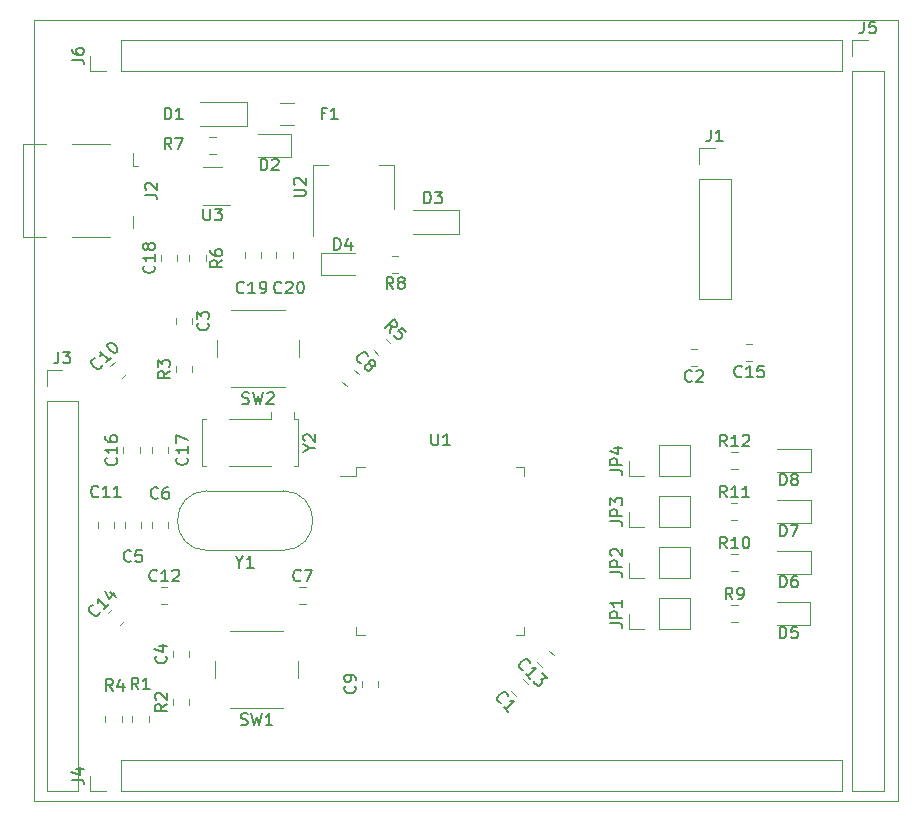
<source format=gbr>
%TF.GenerationSoftware,KiCad,Pcbnew,(5.1.4)-1*%
%TF.CreationDate,2020-02-09T20:37:11+05:30*%
%TF.ProjectId,stm32breakout,73746d33-3262-4726-9561-6b6f75742e6b,rev?*%
%TF.SameCoordinates,Original*%
%TF.FileFunction,Legend,Top*%
%TF.FilePolarity,Positive*%
%FSLAX46Y46*%
G04 Gerber Fmt 4.6, Leading zero omitted, Abs format (unit mm)*
G04 Created by KiCad (PCBNEW (5.1.4)-1) date 2020-02-09 20:37:11*
%MOMM*%
%LPD*%
G04 APERTURE LIST*
%ADD10C,0.050000*%
%ADD11C,0.120000*%
%ADD12C,0.150000*%
G04 APERTURE END LIST*
D10*
X113919000Y-49022000D02*
X114427000Y-49022000D01*
X113919000Y-115189000D02*
X113919000Y-49022000D01*
X187071000Y-115189000D02*
X113919000Y-115189000D01*
X187071000Y-49022000D02*
X187071000Y-115189000D01*
X114427000Y-49022000D02*
X187071000Y-49022000D01*
D11*
X115002000Y-114360000D02*
X117662000Y-114360000D01*
X115002000Y-81280000D02*
X115002000Y-114360000D01*
X117662000Y-81280000D02*
X117662000Y-114360000D01*
X115002000Y-81280000D02*
X117662000Y-81280000D01*
X115002000Y-80010000D02*
X115002000Y-78680000D01*
X115002000Y-78680000D02*
X116332000Y-78680000D01*
X182305000Y-114360000D02*
X182305000Y-111700000D01*
X121285000Y-114360000D02*
X182305000Y-114360000D01*
X121285000Y-111700000D02*
X182305000Y-111700000D01*
X121285000Y-114360000D02*
X121285000Y-111700000D01*
X120015000Y-114360000D02*
X118685000Y-114360000D01*
X118685000Y-114360000D02*
X118685000Y-113030000D01*
X119940000Y-107951748D02*
X119940000Y-108474252D01*
X121360000Y-107951748D02*
X121360000Y-108474252D01*
X121464000Y-85741252D02*
X121464000Y-85218748D01*
X122884000Y-85741252D02*
X122884000Y-85218748D01*
X125297000Y-85741252D02*
X125297000Y-85218748D01*
X123877000Y-85741252D02*
X123877000Y-85218748D01*
X134007000Y-86846000D02*
X130407000Y-86846000D01*
X134007000Y-82826000D02*
X130407000Y-82826000D01*
X136307000Y-86846000D02*
X136307000Y-82826000D01*
X136307000Y-82826000D02*
X135907000Y-82826000D01*
X128107000Y-86846000D02*
X128107000Y-82826000D01*
X135907000Y-82236000D02*
X135907000Y-82826000D01*
X134007000Y-82826000D02*
X134007000Y-82236000D01*
X136307000Y-86846000D02*
X135907000Y-86846000D01*
X128107000Y-86846000D02*
X128507000Y-86846000D01*
X128107000Y-82826000D02*
X128507000Y-82826000D01*
X183201000Y-114360000D02*
X185861000Y-114360000D01*
X183201000Y-53340000D02*
X183201000Y-114360000D01*
X185861000Y-53340000D02*
X185861000Y-114360000D01*
X183201000Y-53340000D02*
X185861000Y-53340000D01*
X183201000Y-52070000D02*
X183201000Y-50740000D01*
X183201000Y-50740000D02*
X184531000Y-50740000D01*
X155716563Y-105256903D02*
X155347097Y-104887437D01*
X154712471Y-106260995D02*
X154343005Y-105891529D01*
X170051252Y-78307000D02*
X169528748Y-78307000D01*
X170051252Y-76887000D02*
X169528748Y-76887000D01*
X127329000Y-74278748D02*
X127329000Y-74801252D01*
X125909000Y-74278748D02*
X125909000Y-74801252D01*
X125655000Y-102995252D02*
X125655000Y-102472748D01*
X127075000Y-102995252D02*
X127075000Y-102472748D01*
X121591000Y-91568748D02*
X121591000Y-92091252D01*
X123011000Y-91568748D02*
X123011000Y-92091252D01*
X125297000Y-91568748D02*
X125297000Y-92091252D01*
X123877000Y-91568748D02*
X123877000Y-92091252D01*
X136399748Y-98500000D02*
X136922252Y-98500000D01*
X136399748Y-97080000D02*
X136922252Y-97080000D01*
X140029221Y-79692313D02*
X140398687Y-80061779D01*
X141033313Y-78688221D02*
X141402779Y-79057687D01*
X141657000Y-105535252D02*
X141657000Y-105012748D01*
X143077000Y-105535252D02*
X143077000Y-105012748D01*
X121385529Y-79389563D02*
X121754995Y-79020097D01*
X120381437Y-78385471D02*
X120750903Y-78016005D01*
X119305000Y-92091252D02*
X119305000Y-91568748D01*
X120725000Y-92091252D02*
X120725000Y-91568748D01*
X124697748Y-98500000D02*
X125220252Y-98500000D01*
X124697748Y-97080000D02*
X125220252Y-97080000D01*
X156908687Y-103810779D02*
X156539221Y-103441313D01*
X157912779Y-102806687D02*
X157543313Y-102437221D01*
X120180005Y-99287903D02*
X120549471Y-98918437D01*
X121184097Y-100291995D02*
X121553563Y-99922529D01*
X174750252Y-76506000D02*
X174227748Y-76506000D01*
X174750252Y-77926000D02*
X174227748Y-77926000D01*
X126059000Y-69476252D02*
X126059000Y-68953748D01*
X124639000Y-69476252D02*
X124639000Y-68953748D01*
X131751000Y-68699748D02*
X131751000Y-69222252D01*
X133171000Y-68699748D02*
X133171000Y-69222252D01*
X135838000Y-68690748D02*
X135838000Y-69213252D01*
X134418000Y-68690748D02*
X134418000Y-69213252D01*
X131918000Y-58023000D02*
X128018000Y-58023000D01*
X131918000Y-56023000D02*
X128018000Y-56023000D01*
X131918000Y-58023000D02*
X131918000Y-56023000D01*
X132858000Y-60650000D02*
X135718000Y-60650000D01*
X135718000Y-60650000D02*
X135718000Y-58730000D01*
X135718000Y-58730000D02*
X132858000Y-58730000D01*
X149950000Y-67167000D02*
X146050000Y-67167000D01*
X149950000Y-65167000D02*
X146050000Y-65167000D01*
X149950000Y-67167000D02*
X149950000Y-65167000D01*
X141072000Y-68763000D02*
X138212000Y-68763000D01*
X138212000Y-68763000D02*
X138212000Y-70683000D01*
X138212000Y-70683000D02*
X141072000Y-70683000D01*
X176800000Y-100274000D02*
X179660000Y-100274000D01*
X179660000Y-100274000D02*
X179660000Y-98354000D01*
X179660000Y-98354000D02*
X176800000Y-98354000D01*
X179669000Y-94036000D02*
X176809000Y-94036000D01*
X179669000Y-95956000D02*
X179669000Y-94036000D01*
X176809000Y-95956000D02*
X179669000Y-95956000D01*
X176809000Y-91638000D02*
X179669000Y-91638000D01*
X179669000Y-91638000D02*
X179669000Y-89718000D01*
X179669000Y-89718000D02*
X176809000Y-89718000D01*
X179669000Y-85400000D02*
X176809000Y-85400000D01*
X179669000Y-87320000D02*
X179669000Y-85400000D01*
X176809000Y-87320000D02*
X179669000Y-87320000D01*
X135947564Y-57933000D02*
X134743436Y-57933000D01*
X135947564Y-56113000D02*
X134743436Y-56113000D01*
X170247000Y-72704000D02*
X172907000Y-72704000D01*
X170247000Y-62484000D02*
X170247000Y-72704000D01*
X172907000Y-62484000D02*
X172907000Y-72704000D01*
X170247000Y-62484000D02*
X172907000Y-62484000D01*
X170247000Y-61214000D02*
X170247000Y-59884000D01*
X170247000Y-59884000D02*
X171577000Y-59884000D01*
X112962000Y-67410000D02*
X112962000Y-59590000D01*
X122282000Y-61390000D02*
X122712000Y-61390000D01*
X112962000Y-67410000D02*
X114912000Y-67410000D01*
X117132000Y-67410000D02*
X120362000Y-67410000D01*
X122282000Y-65610000D02*
X122282000Y-66690000D01*
X122282000Y-60310000D02*
X122282000Y-61390000D01*
X117132000Y-59590000D02*
X120362000Y-59590000D01*
X112962000Y-59590000D02*
X114912000Y-59590000D01*
X118685000Y-53400000D02*
X118685000Y-52070000D01*
X120015000Y-53400000D02*
X118685000Y-53400000D01*
X121285000Y-53400000D02*
X121285000Y-50740000D01*
X121285000Y-50740000D02*
X182305000Y-50740000D01*
X121285000Y-53400000D02*
X182305000Y-53400000D01*
X182305000Y-53400000D02*
X182305000Y-50740000D01*
X169478000Y-100644000D02*
X169478000Y-97984000D01*
X166878000Y-100644000D02*
X169478000Y-100644000D01*
X166878000Y-97984000D02*
X169478000Y-97984000D01*
X166878000Y-100644000D02*
X166878000Y-97984000D01*
X165608000Y-100644000D02*
X164278000Y-100644000D01*
X164278000Y-100644000D02*
X164278000Y-99314000D01*
X164278000Y-96326000D02*
X164278000Y-94996000D01*
X165608000Y-96326000D02*
X164278000Y-96326000D01*
X166878000Y-96326000D02*
X166878000Y-93666000D01*
X166878000Y-93666000D02*
X169478000Y-93666000D01*
X166878000Y-96326000D02*
X169478000Y-96326000D01*
X169478000Y-96326000D02*
X169478000Y-93666000D01*
X169478000Y-92008000D02*
X169478000Y-89348000D01*
X166878000Y-92008000D02*
X169478000Y-92008000D01*
X166878000Y-89348000D02*
X169478000Y-89348000D01*
X166878000Y-92008000D02*
X166878000Y-89348000D01*
X165608000Y-92008000D02*
X164278000Y-92008000D01*
X164278000Y-92008000D02*
X164278000Y-90678000D01*
X164278000Y-87690000D02*
X164278000Y-86360000D01*
X165608000Y-87690000D02*
X164278000Y-87690000D01*
X166878000Y-87690000D02*
X166878000Y-85030000D01*
X166878000Y-85030000D02*
X169478000Y-85030000D01*
X166878000Y-87690000D02*
X169478000Y-87690000D01*
X169478000Y-87690000D02*
X169478000Y-85030000D01*
X122226000Y-107942748D02*
X122226000Y-108465252D01*
X123646000Y-107942748D02*
X123646000Y-108465252D01*
X125655000Y-107059252D02*
X125655000Y-106536748D01*
X127075000Y-107059252D02*
X127075000Y-106536748D01*
X127329000Y-78874252D02*
X127329000Y-78351748D01*
X125909000Y-78874252D02*
X125909000Y-78351748D01*
X143065687Y-77394779D02*
X142696221Y-77025313D01*
X144069779Y-76390687D02*
X143700313Y-76021221D01*
X127052000Y-68962748D02*
X127052000Y-69485252D01*
X128472000Y-68962748D02*
X128472000Y-69485252D01*
X128779748Y-58980000D02*
X129302252Y-58980000D01*
X128779748Y-60400000D02*
X129302252Y-60400000D01*
X144778252Y-70433000D02*
X144255748Y-70433000D01*
X144778252Y-69013000D02*
X144255748Y-69013000D01*
X172966748Y-98604000D02*
X173489252Y-98604000D01*
X172966748Y-100024000D02*
X173489252Y-100024000D01*
X172975748Y-94286000D02*
X173498252Y-94286000D01*
X172975748Y-95706000D02*
X173498252Y-95706000D01*
X172957748Y-91388000D02*
X173480252Y-91388000D01*
X172957748Y-89968000D02*
X173480252Y-89968000D01*
X172975748Y-85650000D02*
X173498252Y-85650000D01*
X172975748Y-87070000D02*
X173498252Y-87070000D01*
X129267000Y-103299000D02*
X129267000Y-104799000D01*
X130517000Y-107299000D02*
X135017000Y-107299000D01*
X136267000Y-104799000D02*
X136267000Y-103299000D01*
X135017000Y-100799000D02*
X130517000Y-100799000D01*
X129394000Y-76121000D02*
X129394000Y-77621000D01*
X130644000Y-80121000D02*
X135144000Y-80121000D01*
X136394000Y-77621000D02*
X136394000Y-76121000D01*
X135144000Y-73621000D02*
X130644000Y-73621000D01*
X154746000Y-101145000D02*
X155446000Y-101145000D01*
X155446000Y-101145000D02*
X155446000Y-100445000D01*
X141926000Y-101145000D02*
X141226000Y-101145000D01*
X141226000Y-101145000D02*
X141226000Y-100445000D01*
X154746000Y-86925000D02*
X155446000Y-86925000D01*
X155446000Y-86925000D02*
X155446000Y-87625000D01*
X141926000Y-86925000D02*
X141226000Y-86925000D01*
X141226000Y-86925000D02*
X141226000Y-87625000D01*
X141226000Y-87625000D02*
X139861000Y-87625000D01*
X137560000Y-67321000D02*
X137560000Y-61311000D01*
X144380000Y-65071000D02*
X144380000Y-61311000D01*
X137560000Y-61311000D02*
X138820000Y-61311000D01*
X144380000Y-61311000D02*
X143120000Y-61311000D01*
X129832000Y-61519000D02*
X128232000Y-61519000D01*
X128232000Y-64719000D02*
X130532000Y-64719000D01*
X134999000Y-93965000D02*
X128599000Y-93965000D01*
X134999000Y-88915000D02*
X128599000Y-88915000D01*
X134999000Y-88915000D02*
G75*
G02X134999000Y-93965000I0J-2525000D01*
G01*
X128599000Y-88915000D02*
G75*
G03X128599000Y-93965000I0J-2525000D01*
G01*
D12*
X115998666Y-77132380D02*
X115998666Y-77846666D01*
X115951047Y-77989523D01*
X115855809Y-78084761D01*
X115712952Y-78132380D01*
X115617714Y-78132380D01*
X116379619Y-77132380D02*
X116998666Y-77132380D01*
X116665333Y-77513333D01*
X116808190Y-77513333D01*
X116903428Y-77560952D01*
X116951047Y-77608571D01*
X116998666Y-77703809D01*
X116998666Y-77941904D01*
X116951047Y-78037142D01*
X116903428Y-78084761D01*
X116808190Y-78132380D01*
X116522476Y-78132380D01*
X116427238Y-78084761D01*
X116379619Y-78037142D01*
X117137380Y-113363333D02*
X117851666Y-113363333D01*
X117994523Y-113410952D01*
X118089761Y-113506190D01*
X118137380Y-113649047D01*
X118137380Y-113744285D01*
X117470714Y-112458571D02*
X118137380Y-112458571D01*
X117089761Y-112696666D02*
X117804047Y-112934761D01*
X117804047Y-112315714D01*
X120610333Y-105862380D02*
X120277000Y-105386190D01*
X120038904Y-105862380D02*
X120038904Y-104862380D01*
X120419857Y-104862380D01*
X120515095Y-104910000D01*
X120562714Y-104957619D01*
X120610333Y-105052857D01*
X120610333Y-105195714D01*
X120562714Y-105290952D01*
X120515095Y-105338571D01*
X120419857Y-105386190D01*
X120038904Y-105386190D01*
X121467476Y-105195714D02*
X121467476Y-105862380D01*
X121229380Y-104814761D02*
X120991285Y-105529047D01*
X121610333Y-105529047D01*
X120881142Y-86122857D02*
X120928761Y-86170476D01*
X120976380Y-86313333D01*
X120976380Y-86408571D01*
X120928761Y-86551428D01*
X120833523Y-86646666D01*
X120738285Y-86694285D01*
X120547809Y-86741904D01*
X120404952Y-86741904D01*
X120214476Y-86694285D01*
X120119238Y-86646666D01*
X120024000Y-86551428D01*
X119976380Y-86408571D01*
X119976380Y-86313333D01*
X120024000Y-86170476D01*
X120071619Y-86122857D01*
X120976380Y-85170476D02*
X120976380Y-85741904D01*
X120976380Y-85456190D02*
X119976380Y-85456190D01*
X120119238Y-85551428D01*
X120214476Y-85646666D01*
X120262095Y-85741904D01*
X119976380Y-84313333D02*
X119976380Y-84503809D01*
X120024000Y-84599047D01*
X120071619Y-84646666D01*
X120214476Y-84741904D01*
X120404952Y-84789523D01*
X120785904Y-84789523D01*
X120881142Y-84741904D01*
X120928761Y-84694285D01*
X120976380Y-84599047D01*
X120976380Y-84408571D01*
X120928761Y-84313333D01*
X120881142Y-84265714D01*
X120785904Y-84218095D01*
X120547809Y-84218095D01*
X120452571Y-84265714D01*
X120404952Y-84313333D01*
X120357333Y-84408571D01*
X120357333Y-84599047D01*
X120404952Y-84694285D01*
X120452571Y-84741904D01*
X120547809Y-84789523D01*
X126849142Y-86113857D02*
X126896761Y-86161476D01*
X126944380Y-86304333D01*
X126944380Y-86399571D01*
X126896761Y-86542428D01*
X126801523Y-86637666D01*
X126706285Y-86685285D01*
X126515809Y-86732904D01*
X126372952Y-86732904D01*
X126182476Y-86685285D01*
X126087238Y-86637666D01*
X125992000Y-86542428D01*
X125944380Y-86399571D01*
X125944380Y-86304333D01*
X125992000Y-86161476D01*
X126039619Y-86113857D01*
X126944380Y-85161476D02*
X126944380Y-85732904D01*
X126944380Y-85447190D02*
X125944380Y-85447190D01*
X126087238Y-85542428D01*
X126182476Y-85637666D01*
X126230095Y-85732904D01*
X125944380Y-84828142D02*
X125944380Y-84161476D01*
X126944380Y-84590047D01*
X137263190Y-85312190D02*
X137739380Y-85312190D01*
X136739380Y-85645523D02*
X137263190Y-85312190D01*
X136739380Y-84978857D01*
X136834619Y-84693142D02*
X136787000Y-84645523D01*
X136739380Y-84550285D01*
X136739380Y-84312190D01*
X136787000Y-84216952D01*
X136834619Y-84169333D01*
X136929857Y-84121714D01*
X137025095Y-84121714D01*
X137167952Y-84169333D01*
X137739380Y-84740761D01*
X137739380Y-84121714D01*
X184197666Y-49192380D02*
X184197666Y-49906666D01*
X184150047Y-50049523D01*
X184054809Y-50144761D01*
X183911952Y-50192380D01*
X183816714Y-50192380D01*
X185150047Y-49192380D02*
X184673857Y-49192380D01*
X184626238Y-49668571D01*
X184673857Y-49620952D01*
X184769095Y-49573333D01*
X185007190Y-49573333D01*
X185102428Y-49620952D01*
X185150047Y-49668571D01*
X185197666Y-49763809D01*
X185197666Y-50001904D01*
X185150047Y-50097142D01*
X185102428Y-50144761D01*
X185007190Y-50192380D01*
X184769095Y-50192380D01*
X184673857Y-50144761D01*
X184626238Y-50097142D01*
X153492668Y-106875629D02*
X153425325Y-106875629D01*
X153290638Y-106808285D01*
X153223294Y-106740942D01*
X153155951Y-106606254D01*
X153155951Y-106471567D01*
X153189622Y-106370552D01*
X153290638Y-106202193D01*
X153391653Y-106101178D01*
X153560012Y-106000163D01*
X153661027Y-105966491D01*
X153795714Y-105966491D01*
X153930401Y-106033835D01*
X153997745Y-106101178D01*
X154065088Y-106235865D01*
X154065088Y-106303209D01*
X154098760Y-107616407D02*
X153694699Y-107212346D01*
X153896729Y-107414377D02*
X154603836Y-106707270D01*
X154435477Y-106740942D01*
X154300790Y-106740942D01*
X154199775Y-106707270D01*
X169623333Y-79604142D02*
X169575714Y-79651761D01*
X169432857Y-79699380D01*
X169337619Y-79699380D01*
X169194761Y-79651761D01*
X169099523Y-79556523D01*
X169051904Y-79461285D01*
X169004285Y-79270809D01*
X169004285Y-79127952D01*
X169051904Y-78937476D01*
X169099523Y-78842238D01*
X169194761Y-78747000D01*
X169337619Y-78699380D01*
X169432857Y-78699380D01*
X169575714Y-78747000D01*
X169623333Y-78794619D01*
X170004285Y-78794619D02*
X170051904Y-78747000D01*
X170147142Y-78699380D01*
X170385238Y-78699380D01*
X170480476Y-78747000D01*
X170528095Y-78794619D01*
X170575714Y-78889857D01*
X170575714Y-78985095D01*
X170528095Y-79127952D01*
X169956666Y-79699380D01*
X170575714Y-79699380D01*
X128626142Y-74706666D02*
X128673761Y-74754285D01*
X128721380Y-74897142D01*
X128721380Y-74992380D01*
X128673761Y-75135238D01*
X128578523Y-75230476D01*
X128483285Y-75278095D01*
X128292809Y-75325714D01*
X128149952Y-75325714D01*
X127959476Y-75278095D01*
X127864238Y-75230476D01*
X127769000Y-75135238D01*
X127721380Y-74992380D01*
X127721380Y-74897142D01*
X127769000Y-74754285D01*
X127816619Y-74706666D01*
X127721380Y-74373333D02*
X127721380Y-73754285D01*
X128102333Y-74087619D01*
X128102333Y-73944761D01*
X128149952Y-73849523D01*
X128197571Y-73801904D01*
X128292809Y-73754285D01*
X128530904Y-73754285D01*
X128626142Y-73801904D01*
X128673761Y-73849523D01*
X128721380Y-73944761D01*
X128721380Y-74230476D01*
X128673761Y-74325714D01*
X128626142Y-74373333D01*
X125072142Y-102900666D02*
X125119761Y-102948285D01*
X125167380Y-103091142D01*
X125167380Y-103186380D01*
X125119761Y-103329238D01*
X125024523Y-103424476D01*
X124929285Y-103472095D01*
X124738809Y-103519714D01*
X124595952Y-103519714D01*
X124405476Y-103472095D01*
X124310238Y-103424476D01*
X124215000Y-103329238D01*
X124167380Y-103186380D01*
X124167380Y-103091142D01*
X124215000Y-102948285D01*
X124262619Y-102900666D01*
X124500714Y-102043523D02*
X125167380Y-102043523D01*
X124119761Y-102281619D02*
X124834047Y-102519714D01*
X124834047Y-101900666D01*
X122134333Y-94845142D02*
X122086714Y-94892761D01*
X121943857Y-94940380D01*
X121848619Y-94940380D01*
X121705761Y-94892761D01*
X121610523Y-94797523D01*
X121562904Y-94702285D01*
X121515285Y-94511809D01*
X121515285Y-94368952D01*
X121562904Y-94178476D01*
X121610523Y-94083238D01*
X121705761Y-93988000D01*
X121848619Y-93940380D01*
X121943857Y-93940380D01*
X122086714Y-93988000D01*
X122134333Y-94035619D01*
X123039095Y-93940380D02*
X122562904Y-93940380D01*
X122515285Y-94416571D01*
X122562904Y-94368952D01*
X122658142Y-94321333D01*
X122896238Y-94321333D01*
X122991476Y-94368952D01*
X123039095Y-94416571D01*
X123086714Y-94511809D01*
X123086714Y-94749904D01*
X123039095Y-94845142D01*
X122991476Y-94892761D01*
X122896238Y-94940380D01*
X122658142Y-94940380D01*
X122562904Y-94892761D01*
X122515285Y-94845142D01*
X124420333Y-89511142D02*
X124372714Y-89558761D01*
X124229857Y-89606380D01*
X124134619Y-89606380D01*
X123991761Y-89558761D01*
X123896523Y-89463523D01*
X123848904Y-89368285D01*
X123801285Y-89177809D01*
X123801285Y-89034952D01*
X123848904Y-88844476D01*
X123896523Y-88749238D01*
X123991761Y-88654000D01*
X124134619Y-88606380D01*
X124229857Y-88606380D01*
X124372714Y-88654000D01*
X124420333Y-88701619D01*
X125277476Y-88606380D02*
X125087000Y-88606380D01*
X124991761Y-88654000D01*
X124944142Y-88701619D01*
X124848904Y-88844476D01*
X124801285Y-89034952D01*
X124801285Y-89415904D01*
X124848904Y-89511142D01*
X124896523Y-89558761D01*
X124991761Y-89606380D01*
X125182238Y-89606380D01*
X125277476Y-89558761D01*
X125325095Y-89511142D01*
X125372714Y-89415904D01*
X125372714Y-89177809D01*
X125325095Y-89082571D01*
X125277476Y-89034952D01*
X125182238Y-88987333D01*
X124991761Y-88987333D01*
X124896523Y-89034952D01*
X124848904Y-89082571D01*
X124801285Y-89177809D01*
X136494333Y-96497142D02*
X136446714Y-96544761D01*
X136303857Y-96592380D01*
X136208619Y-96592380D01*
X136065761Y-96544761D01*
X135970523Y-96449523D01*
X135922904Y-96354285D01*
X135875285Y-96163809D01*
X135875285Y-96020952D01*
X135922904Y-95830476D01*
X135970523Y-95735238D01*
X136065761Y-95640000D01*
X136208619Y-95592380D01*
X136303857Y-95592380D01*
X136446714Y-95640000D01*
X136494333Y-95687619D01*
X136827666Y-95592380D02*
X137494333Y-95592380D01*
X137065761Y-96592380D01*
X141615610Y-78112687D02*
X141548267Y-78112687D01*
X141413580Y-78045343D01*
X141346236Y-77978000D01*
X141278893Y-77843312D01*
X141278893Y-77708625D01*
X141312564Y-77607610D01*
X141413580Y-77439251D01*
X141514595Y-77338236D01*
X141682954Y-77237221D01*
X141783969Y-77203549D01*
X141918656Y-77203549D01*
X142053343Y-77270893D01*
X142120687Y-77338236D01*
X142188030Y-77472923D01*
X142188030Y-77540267D01*
X142356389Y-78180030D02*
X142322717Y-78079015D01*
X142322717Y-78011671D01*
X142356389Y-77910656D01*
X142390061Y-77876984D01*
X142491076Y-77843312D01*
X142558419Y-77843312D01*
X142659435Y-77876984D01*
X142794122Y-78011671D01*
X142827793Y-78112687D01*
X142827793Y-78180030D01*
X142794122Y-78281045D01*
X142760450Y-78314717D01*
X142659435Y-78348389D01*
X142592091Y-78348389D01*
X142491076Y-78314717D01*
X142356389Y-78180030D01*
X142255374Y-78146358D01*
X142188030Y-78146358D01*
X142087015Y-78180030D01*
X141952328Y-78314717D01*
X141918656Y-78415732D01*
X141918656Y-78483076D01*
X141952328Y-78584091D01*
X142087015Y-78718778D01*
X142188030Y-78752450D01*
X142255374Y-78752450D01*
X142356389Y-78718778D01*
X142491076Y-78584091D01*
X142524748Y-78483076D01*
X142524748Y-78415732D01*
X142491076Y-78314717D01*
X141074142Y-105440666D02*
X141121761Y-105488285D01*
X141169380Y-105631142D01*
X141169380Y-105726380D01*
X141121761Y-105869238D01*
X141026523Y-105964476D01*
X140931285Y-106012095D01*
X140740809Y-106059714D01*
X140597952Y-106059714D01*
X140407476Y-106012095D01*
X140312238Y-105964476D01*
X140217000Y-105869238D01*
X140169380Y-105726380D01*
X140169380Y-105631142D01*
X140217000Y-105488285D01*
X140264619Y-105440666D01*
X141169380Y-104964476D02*
X141169380Y-104774000D01*
X141121761Y-104678761D01*
X141074142Y-104631142D01*
X140931285Y-104535904D01*
X140740809Y-104488285D01*
X140359857Y-104488285D01*
X140264619Y-104535904D01*
X140217000Y-104583523D01*
X140169380Y-104678761D01*
X140169380Y-104869238D01*
X140217000Y-104964476D01*
X140264619Y-105012095D01*
X140359857Y-105059714D01*
X140597952Y-105059714D01*
X140693190Y-105012095D01*
X140740809Y-104964476D01*
X140788428Y-104869238D01*
X140788428Y-104678761D01*
X140740809Y-104583523D01*
X140693190Y-104535904D01*
X140597952Y-104488285D01*
X119699459Y-78243164D02*
X119699459Y-78310508D01*
X119632115Y-78445195D01*
X119564772Y-78512538D01*
X119430085Y-78579882D01*
X119295398Y-78579882D01*
X119194383Y-78546210D01*
X119026024Y-78445195D01*
X118925009Y-78344180D01*
X118823993Y-78175821D01*
X118790322Y-78074806D01*
X118790322Y-77940119D01*
X118857665Y-77805432D01*
X118925009Y-77738088D01*
X119059696Y-77670745D01*
X119127039Y-77670745D01*
X120440238Y-77637073D02*
X120036177Y-78041134D01*
X120238207Y-77839103D02*
X119531100Y-77131996D01*
X119564772Y-77300355D01*
X119564772Y-77435042D01*
X119531100Y-77536058D01*
X120170864Y-76492233D02*
X120238207Y-76424890D01*
X120339222Y-76391218D01*
X120406566Y-76391218D01*
X120507581Y-76424890D01*
X120675940Y-76525905D01*
X120844299Y-76694264D01*
X120945314Y-76862622D01*
X120978986Y-76963638D01*
X120978986Y-77030981D01*
X120945314Y-77131996D01*
X120877970Y-77199340D01*
X120776955Y-77233012D01*
X120709612Y-77233012D01*
X120608596Y-77199340D01*
X120440238Y-77098325D01*
X120271879Y-76929966D01*
X120170864Y-76761607D01*
X120137192Y-76660592D01*
X120137192Y-76593248D01*
X120170864Y-76492233D01*
X119372142Y-89384142D02*
X119324523Y-89431761D01*
X119181666Y-89479380D01*
X119086428Y-89479380D01*
X118943571Y-89431761D01*
X118848333Y-89336523D01*
X118800714Y-89241285D01*
X118753095Y-89050809D01*
X118753095Y-88907952D01*
X118800714Y-88717476D01*
X118848333Y-88622238D01*
X118943571Y-88527000D01*
X119086428Y-88479380D01*
X119181666Y-88479380D01*
X119324523Y-88527000D01*
X119372142Y-88574619D01*
X120324523Y-89479380D02*
X119753095Y-89479380D01*
X120038809Y-89479380D02*
X120038809Y-88479380D01*
X119943571Y-88622238D01*
X119848333Y-88717476D01*
X119753095Y-88765095D01*
X121276904Y-89479380D02*
X120705476Y-89479380D01*
X120991190Y-89479380D02*
X120991190Y-88479380D01*
X120895952Y-88622238D01*
X120800714Y-88717476D01*
X120705476Y-88765095D01*
X124316142Y-96497142D02*
X124268523Y-96544761D01*
X124125666Y-96592380D01*
X124030428Y-96592380D01*
X123887571Y-96544761D01*
X123792333Y-96449523D01*
X123744714Y-96354285D01*
X123697095Y-96163809D01*
X123697095Y-96020952D01*
X123744714Y-95830476D01*
X123792333Y-95735238D01*
X123887571Y-95640000D01*
X124030428Y-95592380D01*
X124125666Y-95592380D01*
X124268523Y-95640000D01*
X124316142Y-95687619D01*
X125268523Y-96592380D02*
X124697095Y-96592380D01*
X124982809Y-96592380D02*
X124982809Y-95592380D01*
X124887571Y-95735238D01*
X124792333Y-95830476D01*
X124697095Y-95878095D01*
X125649476Y-95687619D02*
X125697095Y-95640000D01*
X125792333Y-95592380D01*
X126030428Y-95592380D01*
X126125666Y-95640000D01*
X126173285Y-95687619D01*
X126220904Y-95782857D01*
X126220904Y-95878095D01*
X126173285Y-96020952D01*
X125601857Y-96592380D01*
X126220904Y-96592380D01*
X155352167Y-104088695D02*
X155284823Y-104088695D01*
X155150136Y-104021351D01*
X155082793Y-103954008D01*
X155015449Y-103819321D01*
X155015449Y-103684634D01*
X155049121Y-103583619D01*
X155150136Y-103415260D01*
X155251151Y-103314245D01*
X155419510Y-103213229D01*
X155520525Y-103179558D01*
X155655212Y-103179558D01*
X155789899Y-103246901D01*
X155857243Y-103314245D01*
X155924586Y-103448932D01*
X155924586Y-103516275D01*
X155958258Y-104829474D02*
X155554197Y-104425413D01*
X155756228Y-104627443D02*
X156463335Y-103920336D01*
X156294976Y-103954008D01*
X156160289Y-103954008D01*
X156059274Y-103920336D01*
X156901067Y-104358069D02*
X157338800Y-104795802D01*
X156833724Y-104829474D01*
X156934739Y-104930489D01*
X156968411Y-105031504D01*
X156968411Y-105098848D01*
X156934739Y-105199863D01*
X156766380Y-105368222D01*
X156665365Y-105401893D01*
X156598022Y-105401893D01*
X156497006Y-105368222D01*
X156294976Y-105166191D01*
X156261304Y-105065176D01*
X156261304Y-104997832D01*
X119498027Y-99145596D02*
X119498027Y-99212940D01*
X119430683Y-99347627D01*
X119363340Y-99414970D01*
X119228653Y-99482314D01*
X119093966Y-99482314D01*
X118992951Y-99448642D01*
X118824592Y-99347627D01*
X118723577Y-99246612D01*
X118622561Y-99078253D01*
X118588890Y-98977238D01*
X118588890Y-98842551D01*
X118656233Y-98707864D01*
X118723577Y-98640520D01*
X118858264Y-98573177D01*
X118925607Y-98573177D01*
X120238806Y-98539505D02*
X119834745Y-98943566D01*
X120036775Y-98741535D02*
X119329668Y-98034428D01*
X119363340Y-98202787D01*
X119363340Y-98337474D01*
X119329668Y-98438490D01*
X120373493Y-97462009D02*
X120844897Y-97933413D01*
X119935760Y-97360993D02*
X120272477Y-98034428D01*
X120710210Y-97596696D01*
X173846142Y-79223142D02*
X173798523Y-79270761D01*
X173655666Y-79318380D01*
X173560428Y-79318380D01*
X173417571Y-79270761D01*
X173322333Y-79175523D01*
X173274714Y-79080285D01*
X173227095Y-78889809D01*
X173227095Y-78746952D01*
X173274714Y-78556476D01*
X173322333Y-78461238D01*
X173417571Y-78366000D01*
X173560428Y-78318380D01*
X173655666Y-78318380D01*
X173798523Y-78366000D01*
X173846142Y-78413619D01*
X174798523Y-79318380D02*
X174227095Y-79318380D01*
X174512809Y-79318380D02*
X174512809Y-78318380D01*
X174417571Y-78461238D01*
X174322333Y-78556476D01*
X174227095Y-78604095D01*
X175703285Y-78318380D02*
X175227095Y-78318380D01*
X175179476Y-78794571D01*
X175227095Y-78746952D01*
X175322333Y-78699333D01*
X175560428Y-78699333D01*
X175655666Y-78746952D01*
X175703285Y-78794571D01*
X175750904Y-78889809D01*
X175750904Y-79127904D01*
X175703285Y-79223142D01*
X175655666Y-79270761D01*
X175560428Y-79318380D01*
X175322333Y-79318380D01*
X175227095Y-79270761D01*
X175179476Y-79223142D01*
X124056142Y-69857857D02*
X124103761Y-69905476D01*
X124151380Y-70048333D01*
X124151380Y-70143571D01*
X124103761Y-70286428D01*
X124008523Y-70381666D01*
X123913285Y-70429285D01*
X123722809Y-70476904D01*
X123579952Y-70476904D01*
X123389476Y-70429285D01*
X123294238Y-70381666D01*
X123199000Y-70286428D01*
X123151380Y-70143571D01*
X123151380Y-70048333D01*
X123199000Y-69905476D01*
X123246619Y-69857857D01*
X124151380Y-68905476D02*
X124151380Y-69476904D01*
X124151380Y-69191190D02*
X123151380Y-69191190D01*
X123294238Y-69286428D01*
X123389476Y-69381666D01*
X123437095Y-69476904D01*
X123579952Y-68334047D02*
X123532333Y-68429285D01*
X123484714Y-68476904D01*
X123389476Y-68524523D01*
X123341857Y-68524523D01*
X123246619Y-68476904D01*
X123199000Y-68429285D01*
X123151380Y-68334047D01*
X123151380Y-68143571D01*
X123199000Y-68048333D01*
X123246619Y-68000714D01*
X123341857Y-67953095D01*
X123389476Y-67953095D01*
X123484714Y-68000714D01*
X123532333Y-68048333D01*
X123579952Y-68143571D01*
X123579952Y-68334047D01*
X123627571Y-68429285D01*
X123675190Y-68476904D01*
X123770428Y-68524523D01*
X123960904Y-68524523D01*
X124056142Y-68476904D01*
X124103761Y-68429285D01*
X124151380Y-68334047D01*
X124151380Y-68143571D01*
X124103761Y-68048333D01*
X124056142Y-68000714D01*
X123960904Y-67953095D01*
X123770428Y-67953095D01*
X123675190Y-68000714D01*
X123627571Y-68048333D01*
X123579952Y-68143571D01*
X131691142Y-72112142D02*
X131643523Y-72159761D01*
X131500666Y-72207380D01*
X131405428Y-72207380D01*
X131262571Y-72159761D01*
X131167333Y-72064523D01*
X131119714Y-71969285D01*
X131072095Y-71778809D01*
X131072095Y-71635952D01*
X131119714Y-71445476D01*
X131167333Y-71350238D01*
X131262571Y-71255000D01*
X131405428Y-71207380D01*
X131500666Y-71207380D01*
X131643523Y-71255000D01*
X131691142Y-71302619D01*
X132643523Y-72207380D02*
X132072095Y-72207380D01*
X132357809Y-72207380D02*
X132357809Y-71207380D01*
X132262571Y-71350238D01*
X132167333Y-71445476D01*
X132072095Y-71493095D01*
X133119714Y-72207380D02*
X133310190Y-72207380D01*
X133405428Y-72159761D01*
X133453047Y-72112142D01*
X133548285Y-71969285D01*
X133595904Y-71778809D01*
X133595904Y-71397857D01*
X133548285Y-71302619D01*
X133500666Y-71255000D01*
X133405428Y-71207380D01*
X133214952Y-71207380D01*
X133119714Y-71255000D01*
X133072095Y-71302619D01*
X133024476Y-71397857D01*
X133024476Y-71635952D01*
X133072095Y-71731190D01*
X133119714Y-71778809D01*
X133214952Y-71826428D01*
X133405428Y-71826428D01*
X133500666Y-71778809D01*
X133548285Y-71731190D01*
X133595904Y-71635952D01*
X134866142Y-72112142D02*
X134818523Y-72159761D01*
X134675666Y-72207380D01*
X134580428Y-72207380D01*
X134437571Y-72159761D01*
X134342333Y-72064523D01*
X134294714Y-71969285D01*
X134247095Y-71778809D01*
X134247095Y-71635952D01*
X134294714Y-71445476D01*
X134342333Y-71350238D01*
X134437571Y-71255000D01*
X134580428Y-71207380D01*
X134675666Y-71207380D01*
X134818523Y-71255000D01*
X134866142Y-71302619D01*
X135247095Y-71302619D02*
X135294714Y-71255000D01*
X135389952Y-71207380D01*
X135628047Y-71207380D01*
X135723285Y-71255000D01*
X135770904Y-71302619D01*
X135818523Y-71397857D01*
X135818523Y-71493095D01*
X135770904Y-71635952D01*
X135199476Y-72207380D01*
X135818523Y-72207380D01*
X136437571Y-71207380D02*
X136532809Y-71207380D01*
X136628047Y-71255000D01*
X136675666Y-71302619D01*
X136723285Y-71397857D01*
X136770904Y-71588333D01*
X136770904Y-71826428D01*
X136723285Y-72016904D01*
X136675666Y-72112142D01*
X136628047Y-72159761D01*
X136532809Y-72207380D01*
X136437571Y-72207380D01*
X136342333Y-72159761D01*
X136294714Y-72112142D01*
X136247095Y-72016904D01*
X136199476Y-71826428D01*
X136199476Y-71588333D01*
X136247095Y-71397857D01*
X136294714Y-71302619D01*
X136342333Y-71255000D01*
X136437571Y-71207380D01*
X124991904Y-57475380D02*
X124991904Y-56475380D01*
X125230000Y-56475380D01*
X125372857Y-56523000D01*
X125468095Y-56618238D01*
X125515714Y-56713476D01*
X125563333Y-56903952D01*
X125563333Y-57046809D01*
X125515714Y-57237285D01*
X125468095Y-57332523D01*
X125372857Y-57427761D01*
X125230000Y-57475380D01*
X124991904Y-57475380D01*
X126515714Y-57475380D02*
X125944285Y-57475380D01*
X126230000Y-57475380D02*
X126230000Y-56475380D01*
X126134761Y-56618238D01*
X126039523Y-56713476D01*
X125944285Y-56761095D01*
X133119904Y-61792380D02*
X133119904Y-60792380D01*
X133358000Y-60792380D01*
X133500857Y-60840000D01*
X133596095Y-60935238D01*
X133643714Y-61030476D01*
X133691333Y-61220952D01*
X133691333Y-61363809D01*
X133643714Y-61554285D01*
X133596095Y-61649523D01*
X133500857Y-61744761D01*
X133358000Y-61792380D01*
X133119904Y-61792380D01*
X134072285Y-60887619D02*
X134119904Y-60840000D01*
X134215142Y-60792380D01*
X134453238Y-60792380D01*
X134548476Y-60840000D01*
X134596095Y-60887619D01*
X134643714Y-60982857D01*
X134643714Y-61078095D01*
X134596095Y-61220952D01*
X134024666Y-61792380D01*
X134643714Y-61792380D01*
X146961904Y-64587380D02*
X146961904Y-63587380D01*
X147200000Y-63587380D01*
X147342857Y-63635000D01*
X147438095Y-63730238D01*
X147485714Y-63825476D01*
X147533333Y-64015952D01*
X147533333Y-64158809D01*
X147485714Y-64349285D01*
X147438095Y-64444523D01*
X147342857Y-64539761D01*
X147200000Y-64587380D01*
X146961904Y-64587380D01*
X147866666Y-63587380D02*
X148485714Y-63587380D01*
X148152380Y-63968333D01*
X148295238Y-63968333D01*
X148390476Y-64015952D01*
X148438095Y-64063571D01*
X148485714Y-64158809D01*
X148485714Y-64396904D01*
X148438095Y-64492142D01*
X148390476Y-64539761D01*
X148295238Y-64587380D01*
X148009523Y-64587380D01*
X147914285Y-64539761D01*
X147866666Y-64492142D01*
X139333904Y-68525380D02*
X139333904Y-67525380D01*
X139572000Y-67525380D01*
X139714857Y-67573000D01*
X139810095Y-67668238D01*
X139857714Y-67763476D01*
X139905333Y-67953952D01*
X139905333Y-68096809D01*
X139857714Y-68287285D01*
X139810095Y-68382523D01*
X139714857Y-68477761D01*
X139572000Y-68525380D01*
X139333904Y-68525380D01*
X140762476Y-67858714D02*
X140762476Y-68525380D01*
X140524380Y-67477761D02*
X140286285Y-68192047D01*
X140905333Y-68192047D01*
X177061904Y-101416380D02*
X177061904Y-100416380D01*
X177300000Y-100416380D01*
X177442857Y-100464000D01*
X177538095Y-100559238D01*
X177585714Y-100654476D01*
X177633333Y-100844952D01*
X177633333Y-100987809D01*
X177585714Y-101178285D01*
X177538095Y-101273523D01*
X177442857Y-101368761D01*
X177300000Y-101416380D01*
X177061904Y-101416380D01*
X178538095Y-100416380D02*
X178061904Y-100416380D01*
X178014285Y-100892571D01*
X178061904Y-100844952D01*
X178157142Y-100797333D01*
X178395238Y-100797333D01*
X178490476Y-100844952D01*
X178538095Y-100892571D01*
X178585714Y-100987809D01*
X178585714Y-101225904D01*
X178538095Y-101321142D01*
X178490476Y-101368761D01*
X178395238Y-101416380D01*
X178157142Y-101416380D01*
X178061904Y-101368761D01*
X178014285Y-101321142D01*
X177070904Y-97098380D02*
X177070904Y-96098380D01*
X177309000Y-96098380D01*
X177451857Y-96146000D01*
X177547095Y-96241238D01*
X177594714Y-96336476D01*
X177642333Y-96526952D01*
X177642333Y-96669809D01*
X177594714Y-96860285D01*
X177547095Y-96955523D01*
X177451857Y-97050761D01*
X177309000Y-97098380D01*
X177070904Y-97098380D01*
X178499476Y-96098380D02*
X178309000Y-96098380D01*
X178213761Y-96146000D01*
X178166142Y-96193619D01*
X178070904Y-96336476D01*
X178023285Y-96526952D01*
X178023285Y-96907904D01*
X178070904Y-97003142D01*
X178118523Y-97050761D01*
X178213761Y-97098380D01*
X178404238Y-97098380D01*
X178499476Y-97050761D01*
X178547095Y-97003142D01*
X178594714Y-96907904D01*
X178594714Y-96669809D01*
X178547095Y-96574571D01*
X178499476Y-96526952D01*
X178404238Y-96479333D01*
X178213761Y-96479333D01*
X178118523Y-96526952D01*
X178070904Y-96574571D01*
X178023285Y-96669809D01*
X177070904Y-92780380D02*
X177070904Y-91780380D01*
X177309000Y-91780380D01*
X177451857Y-91828000D01*
X177547095Y-91923238D01*
X177594714Y-92018476D01*
X177642333Y-92208952D01*
X177642333Y-92351809D01*
X177594714Y-92542285D01*
X177547095Y-92637523D01*
X177451857Y-92732761D01*
X177309000Y-92780380D01*
X177070904Y-92780380D01*
X177975666Y-91780380D02*
X178642333Y-91780380D01*
X178213761Y-92780380D01*
X177070904Y-88462380D02*
X177070904Y-87462380D01*
X177309000Y-87462380D01*
X177451857Y-87510000D01*
X177547095Y-87605238D01*
X177594714Y-87700476D01*
X177642333Y-87890952D01*
X177642333Y-88033809D01*
X177594714Y-88224285D01*
X177547095Y-88319523D01*
X177451857Y-88414761D01*
X177309000Y-88462380D01*
X177070904Y-88462380D01*
X178213761Y-87890952D02*
X178118523Y-87843333D01*
X178070904Y-87795714D01*
X178023285Y-87700476D01*
X178023285Y-87652857D01*
X178070904Y-87557619D01*
X178118523Y-87510000D01*
X178213761Y-87462380D01*
X178404238Y-87462380D01*
X178499476Y-87510000D01*
X178547095Y-87557619D01*
X178594714Y-87652857D01*
X178594714Y-87700476D01*
X178547095Y-87795714D01*
X178499476Y-87843333D01*
X178404238Y-87890952D01*
X178213761Y-87890952D01*
X178118523Y-87938571D01*
X178070904Y-87986190D01*
X178023285Y-88081428D01*
X178023285Y-88271904D01*
X178070904Y-88367142D01*
X178118523Y-88414761D01*
X178213761Y-88462380D01*
X178404238Y-88462380D01*
X178499476Y-88414761D01*
X178547095Y-88367142D01*
X178594714Y-88271904D01*
X178594714Y-88081428D01*
X178547095Y-87986190D01*
X178499476Y-87938571D01*
X178404238Y-87890952D01*
X138604666Y-56951571D02*
X138271333Y-56951571D01*
X138271333Y-57475380D02*
X138271333Y-56475380D01*
X138747523Y-56475380D01*
X139652285Y-57475380D02*
X139080857Y-57475380D01*
X139366571Y-57475380D02*
X139366571Y-56475380D01*
X139271333Y-56618238D01*
X139176095Y-56713476D01*
X139080857Y-56761095D01*
X171243666Y-58336380D02*
X171243666Y-59050666D01*
X171196047Y-59193523D01*
X171100809Y-59288761D01*
X170957952Y-59336380D01*
X170862714Y-59336380D01*
X172243666Y-59336380D02*
X171672238Y-59336380D01*
X171957952Y-59336380D02*
X171957952Y-58336380D01*
X171862714Y-58479238D01*
X171767476Y-58574476D01*
X171672238Y-58622095D01*
X123324380Y-63833333D02*
X124038666Y-63833333D01*
X124181523Y-63880952D01*
X124276761Y-63976190D01*
X124324380Y-64119047D01*
X124324380Y-64214285D01*
X123419619Y-63404761D02*
X123372000Y-63357142D01*
X123324380Y-63261904D01*
X123324380Y-63023809D01*
X123372000Y-62928571D01*
X123419619Y-62880952D01*
X123514857Y-62833333D01*
X123610095Y-62833333D01*
X123752952Y-62880952D01*
X124324380Y-63452380D01*
X124324380Y-62833333D01*
X117137380Y-52403333D02*
X117851666Y-52403333D01*
X117994523Y-52450952D01*
X118089761Y-52546190D01*
X118137380Y-52689047D01*
X118137380Y-52784285D01*
X117137380Y-51498571D02*
X117137380Y-51689047D01*
X117185000Y-51784285D01*
X117232619Y-51831904D01*
X117375476Y-51927142D01*
X117565952Y-51974761D01*
X117946904Y-51974761D01*
X118042142Y-51927142D01*
X118089761Y-51879523D01*
X118137380Y-51784285D01*
X118137380Y-51593809D01*
X118089761Y-51498571D01*
X118042142Y-51450952D01*
X117946904Y-51403333D01*
X117708809Y-51403333D01*
X117613571Y-51450952D01*
X117565952Y-51498571D01*
X117518333Y-51593809D01*
X117518333Y-51784285D01*
X117565952Y-51879523D01*
X117613571Y-51927142D01*
X117708809Y-51974761D01*
X162730380Y-100147333D02*
X163444666Y-100147333D01*
X163587523Y-100194952D01*
X163682761Y-100290190D01*
X163730380Y-100433047D01*
X163730380Y-100528285D01*
X163730380Y-99671142D02*
X162730380Y-99671142D01*
X162730380Y-99290190D01*
X162778000Y-99194952D01*
X162825619Y-99147333D01*
X162920857Y-99099714D01*
X163063714Y-99099714D01*
X163158952Y-99147333D01*
X163206571Y-99194952D01*
X163254190Y-99290190D01*
X163254190Y-99671142D01*
X163730380Y-98147333D02*
X163730380Y-98718761D01*
X163730380Y-98433047D02*
X162730380Y-98433047D01*
X162873238Y-98528285D01*
X162968476Y-98623523D01*
X163016095Y-98718761D01*
X162730380Y-95829333D02*
X163444666Y-95829333D01*
X163587523Y-95876952D01*
X163682761Y-95972190D01*
X163730380Y-96115047D01*
X163730380Y-96210285D01*
X163730380Y-95353142D02*
X162730380Y-95353142D01*
X162730380Y-94972190D01*
X162778000Y-94876952D01*
X162825619Y-94829333D01*
X162920857Y-94781714D01*
X163063714Y-94781714D01*
X163158952Y-94829333D01*
X163206571Y-94876952D01*
X163254190Y-94972190D01*
X163254190Y-95353142D01*
X162825619Y-94400761D02*
X162778000Y-94353142D01*
X162730380Y-94257904D01*
X162730380Y-94019809D01*
X162778000Y-93924571D01*
X162825619Y-93876952D01*
X162920857Y-93829333D01*
X163016095Y-93829333D01*
X163158952Y-93876952D01*
X163730380Y-94448380D01*
X163730380Y-93829333D01*
X162730380Y-91511333D02*
X163444666Y-91511333D01*
X163587523Y-91558952D01*
X163682761Y-91654190D01*
X163730380Y-91797047D01*
X163730380Y-91892285D01*
X163730380Y-91035142D02*
X162730380Y-91035142D01*
X162730380Y-90654190D01*
X162778000Y-90558952D01*
X162825619Y-90511333D01*
X162920857Y-90463714D01*
X163063714Y-90463714D01*
X163158952Y-90511333D01*
X163206571Y-90558952D01*
X163254190Y-90654190D01*
X163254190Y-91035142D01*
X162730380Y-90130380D02*
X162730380Y-89511333D01*
X163111333Y-89844666D01*
X163111333Y-89701809D01*
X163158952Y-89606571D01*
X163206571Y-89558952D01*
X163301809Y-89511333D01*
X163539904Y-89511333D01*
X163635142Y-89558952D01*
X163682761Y-89606571D01*
X163730380Y-89701809D01*
X163730380Y-89987523D01*
X163682761Y-90082761D01*
X163635142Y-90130380D01*
X162730380Y-87193333D02*
X163444666Y-87193333D01*
X163587523Y-87240952D01*
X163682761Y-87336190D01*
X163730380Y-87479047D01*
X163730380Y-87574285D01*
X163730380Y-86717142D02*
X162730380Y-86717142D01*
X162730380Y-86336190D01*
X162778000Y-86240952D01*
X162825619Y-86193333D01*
X162920857Y-86145714D01*
X163063714Y-86145714D01*
X163158952Y-86193333D01*
X163206571Y-86240952D01*
X163254190Y-86336190D01*
X163254190Y-86717142D01*
X163063714Y-85288571D02*
X163730380Y-85288571D01*
X162682761Y-85526666D02*
X163397047Y-85764761D01*
X163397047Y-85145714D01*
X122769333Y-105735380D02*
X122436000Y-105259190D01*
X122197904Y-105735380D02*
X122197904Y-104735380D01*
X122578857Y-104735380D01*
X122674095Y-104783000D01*
X122721714Y-104830619D01*
X122769333Y-104925857D01*
X122769333Y-105068714D01*
X122721714Y-105163952D01*
X122674095Y-105211571D01*
X122578857Y-105259190D01*
X122197904Y-105259190D01*
X123721714Y-105735380D02*
X123150285Y-105735380D01*
X123436000Y-105735380D02*
X123436000Y-104735380D01*
X123340761Y-104878238D01*
X123245523Y-104973476D01*
X123150285Y-105021095D01*
X125167380Y-106964666D02*
X124691190Y-107298000D01*
X125167380Y-107536095D02*
X124167380Y-107536095D01*
X124167380Y-107155142D01*
X124215000Y-107059904D01*
X124262619Y-107012285D01*
X124357857Y-106964666D01*
X124500714Y-106964666D01*
X124595952Y-107012285D01*
X124643571Y-107059904D01*
X124691190Y-107155142D01*
X124691190Y-107536095D01*
X124262619Y-106583714D02*
X124215000Y-106536095D01*
X124167380Y-106440857D01*
X124167380Y-106202761D01*
X124215000Y-106107523D01*
X124262619Y-106059904D01*
X124357857Y-106012285D01*
X124453095Y-106012285D01*
X124595952Y-106059904D01*
X125167380Y-106631333D01*
X125167380Y-106012285D01*
X125421380Y-78779666D02*
X124945190Y-79113000D01*
X125421380Y-79351095D02*
X124421380Y-79351095D01*
X124421380Y-78970142D01*
X124469000Y-78874904D01*
X124516619Y-78827285D01*
X124611857Y-78779666D01*
X124754714Y-78779666D01*
X124849952Y-78827285D01*
X124897571Y-78874904D01*
X124945190Y-78970142D01*
X124945190Y-79351095D01*
X124421380Y-78446333D02*
X124421380Y-77827285D01*
X124802333Y-78160619D01*
X124802333Y-78017761D01*
X124849952Y-77922523D01*
X124897571Y-77874904D01*
X124992809Y-77827285D01*
X125230904Y-77827285D01*
X125326142Y-77874904D01*
X125373761Y-77922523D01*
X125421380Y-78017761D01*
X125421380Y-78303476D01*
X125373761Y-78398714D01*
X125326142Y-78446333D01*
X144088267Y-75513030D02*
X144189282Y-74940610D01*
X143684206Y-75108969D02*
X144391312Y-74401862D01*
X144660687Y-74671236D01*
X144694358Y-74772251D01*
X144694358Y-74839595D01*
X144660687Y-74940610D01*
X144559671Y-75041625D01*
X144458656Y-75075297D01*
X144391312Y-75075297D01*
X144290297Y-75041625D01*
X144020923Y-74772251D01*
X145435137Y-75445687D02*
X145098419Y-75108969D01*
X144728030Y-75412015D01*
X144795374Y-75412015D01*
X144896389Y-75445687D01*
X145064748Y-75614045D01*
X145098419Y-75715061D01*
X145098419Y-75782404D01*
X145064748Y-75883419D01*
X144896389Y-76051778D01*
X144795374Y-76085450D01*
X144728030Y-76085450D01*
X144627015Y-76051778D01*
X144458656Y-75883419D01*
X144424984Y-75782404D01*
X144424984Y-75715061D01*
X129864380Y-69390666D02*
X129388190Y-69724000D01*
X129864380Y-69962095D02*
X128864380Y-69962095D01*
X128864380Y-69581142D01*
X128912000Y-69485904D01*
X128959619Y-69438285D01*
X129054857Y-69390666D01*
X129197714Y-69390666D01*
X129292952Y-69438285D01*
X129340571Y-69485904D01*
X129388190Y-69581142D01*
X129388190Y-69962095D01*
X128864380Y-68533523D02*
X128864380Y-68724000D01*
X128912000Y-68819238D01*
X128959619Y-68866857D01*
X129102476Y-68962095D01*
X129292952Y-69009714D01*
X129673904Y-69009714D01*
X129769142Y-68962095D01*
X129816761Y-68914476D01*
X129864380Y-68819238D01*
X129864380Y-68628761D01*
X129816761Y-68533523D01*
X129769142Y-68485904D01*
X129673904Y-68438285D01*
X129435809Y-68438285D01*
X129340571Y-68485904D01*
X129292952Y-68533523D01*
X129245333Y-68628761D01*
X129245333Y-68819238D01*
X129292952Y-68914476D01*
X129340571Y-68962095D01*
X129435809Y-69009714D01*
X125563333Y-60015380D02*
X125230000Y-59539190D01*
X124991904Y-60015380D02*
X124991904Y-59015380D01*
X125372857Y-59015380D01*
X125468095Y-59063000D01*
X125515714Y-59110619D01*
X125563333Y-59205857D01*
X125563333Y-59348714D01*
X125515714Y-59443952D01*
X125468095Y-59491571D01*
X125372857Y-59539190D01*
X124991904Y-59539190D01*
X125896666Y-59015380D02*
X126563333Y-59015380D01*
X126134761Y-60015380D01*
X144350333Y-71825380D02*
X144017000Y-71349190D01*
X143778904Y-71825380D02*
X143778904Y-70825380D01*
X144159857Y-70825380D01*
X144255095Y-70873000D01*
X144302714Y-70920619D01*
X144350333Y-71015857D01*
X144350333Y-71158714D01*
X144302714Y-71253952D01*
X144255095Y-71301571D01*
X144159857Y-71349190D01*
X143778904Y-71349190D01*
X144921761Y-71253952D02*
X144826523Y-71206333D01*
X144778904Y-71158714D01*
X144731285Y-71063476D01*
X144731285Y-71015857D01*
X144778904Y-70920619D01*
X144826523Y-70873000D01*
X144921761Y-70825380D01*
X145112238Y-70825380D01*
X145207476Y-70873000D01*
X145255095Y-70920619D01*
X145302714Y-71015857D01*
X145302714Y-71063476D01*
X145255095Y-71158714D01*
X145207476Y-71206333D01*
X145112238Y-71253952D01*
X144921761Y-71253952D01*
X144826523Y-71301571D01*
X144778904Y-71349190D01*
X144731285Y-71444428D01*
X144731285Y-71634904D01*
X144778904Y-71730142D01*
X144826523Y-71777761D01*
X144921761Y-71825380D01*
X145112238Y-71825380D01*
X145207476Y-71777761D01*
X145255095Y-71730142D01*
X145302714Y-71634904D01*
X145302714Y-71444428D01*
X145255095Y-71349190D01*
X145207476Y-71301571D01*
X145112238Y-71253952D01*
X173061333Y-98116380D02*
X172728000Y-97640190D01*
X172489904Y-98116380D02*
X172489904Y-97116380D01*
X172870857Y-97116380D01*
X172966095Y-97164000D01*
X173013714Y-97211619D01*
X173061333Y-97306857D01*
X173061333Y-97449714D01*
X173013714Y-97544952D01*
X172966095Y-97592571D01*
X172870857Y-97640190D01*
X172489904Y-97640190D01*
X173537523Y-98116380D02*
X173728000Y-98116380D01*
X173823238Y-98068761D01*
X173870857Y-98021142D01*
X173966095Y-97878285D01*
X174013714Y-97687809D01*
X174013714Y-97306857D01*
X173966095Y-97211619D01*
X173918476Y-97164000D01*
X173823238Y-97116380D01*
X173632761Y-97116380D01*
X173537523Y-97164000D01*
X173489904Y-97211619D01*
X173442285Y-97306857D01*
X173442285Y-97544952D01*
X173489904Y-97640190D01*
X173537523Y-97687809D01*
X173632761Y-97735428D01*
X173823238Y-97735428D01*
X173918476Y-97687809D01*
X173966095Y-97640190D01*
X174013714Y-97544952D01*
X172594142Y-93798380D02*
X172260809Y-93322190D01*
X172022714Y-93798380D02*
X172022714Y-92798380D01*
X172403666Y-92798380D01*
X172498904Y-92846000D01*
X172546523Y-92893619D01*
X172594142Y-92988857D01*
X172594142Y-93131714D01*
X172546523Y-93226952D01*
X172498904Y-93274571D01*
X172403666Y-93322190D01*
X172022714Y-93322190D01*
X173546523Y-93798380D02*
X172975095Y-93798380D01*
X173260809Y-93798380D02*
X173260809Y-92798380D01*
X173165571Y-92941238D01*
X173070333Y-93036476D01*
X172975095Y-93084095D01*
X174165571Y-92798380D02*
X174260809Y-92798380D01*
X174356047Y-92846000D01*
X174403666Y-92893619D01*
X174451285Y-92988857D01*
X174498904Y-93179333D01*
X174498904Y-93417428D01*
X174451285Y-93607904D01*
X174403666Y-93703142D01*
X174356047Y-93750761D01*
X174260809Y-93798380D01*
X174165571Y-93798380D01*
X174070333Y-93750761D01*
X174022714Y-93703142D01*
X173975095Y-93607904D01*
X173927476Y-93417428D01*
X173927476Y-93179333D01*
X173975095Y-92988857D01*
X174022714Y-92893619D01*
X174070333Y-92846000D01*
X174165571Y-92798380D01*
X172576142Y-89480380D02*
X172242809Y-89004190D01*
X172004714Y-89480380D02*
X172004714Y-88480380D01*
X172385666Y-88480380D01*
X172480904Y-88528000D01*
X172528523Y-88575619D01*
X172576142Y-88670857D01*
X172576142Y-88813714D01*
X172528523Y-88908952D01*
X172480904Y-88956571D01*
X172385666Y-89004190D01*
X172004714Y-89004190D01*
X173528523Y-89480380D02*
X172957095Y-89480380D01*
X173242809Y-89480380D02*
X173242809Y-88480380D01*
X173147571Y-88623238D01*
X173052333Y-88718476D01*
X172957095Y-88766095D01*
X174480904Y-89480380D02*
X173909476Y-89480380D01*
X174195190Y-89480380D02*
X174195190Y-88480380D01*
X174099952Y-88623238D01*
X174004714Y-88718476D01*
X173909476Y-88766095D01*
X172594142Y-85162380D02*
X172260809Y-84686190D01*
X172022714Y-85162380D02*
X172022714Y-84162380D01*
X172403666Y-84162380D01*
X172498904Y-84210000D01*
X172546523Y-84257619D01*
X172594142Y-84352857D01*
X172594142Y-84495714D01*
X172546523Y-84590952D01*
X172498904Y-84638571D01*
X172403666Y-84686190D01*
X172022714Y-84686190D01*
X173546523Y-85162380D02*
X172975095Y-85162380D01*
X173260809Y-85162380D02*
X173260809Y-84162380D01*
X173165571Y-84305238D01*
X173070333Y-84400476D01*
X172975095Y-84448095D01*
X173927476Y-84257619D02*
X173975095Y-84210000D01*
X174070333Y-84162380D01*
X174308428Y-84162380D01*
X174403666Y-84210000D01*
X174451285Y-84257619D01*
X174498904Y-84352857D01*
X174498904Y-84448095D01*
X174451285Y-84590952D01*
X173879857Y-85162380D01*
X174498904Y-85162380D01*
X131433666Y-108703761D02*
X131576523Y-108751380D01*
X131814619Y-108751380D01*
X131909857Y-108703761D01*
X131957476Y-108656142D01*
X132005095Y-108560904D01*
X132005095Y-108465666D01*
X131957476Y-108370428D01*
X131909857Y-108322809D01*
X131814619Y-108275190D01*
X131624142Y-108227571D01*
X131528904Y-108179952D01*
X131481285Y-108132333D01*
X131433666Y-108037095D01*
X131433666Y-107941857D01*
X131481285Y-107846619D01*
X131528904Y-107799000D01*
X131624142Y-107751380D01*
X131862238Y-107751380D01*
X132005095Y-107799000D01*
X132338428Y-107751380D02*
X132576523Y-108751380D01*
X132767000Y-108037095D01*
X132957476Y-108751380D01*
X133195571Y-107751380D01*
X134100333Y-108751380D02*
X133528904Y-108751380D01*
X133814619Y-108751380D02*
X133814619Y-107751380D01*
X133719380Y-107894238D01*
X133624142Y-107989476D01*
X133528904Y-108037095D01*
X131560666Y-81525761D02*
X131703523Y-81573380D01*
X131941619Y-81573380D01*
X132036857Y-81525761D01*
X132084476Y-81478142D01*
X132132095Y-81382904D01*
X132132095Y-81287666D01*
X132084476Y-81192428D01*
X132036857Y-81144809D01*
X131941619Y-81097190D01*
X131751142Y-81049571D01*
X131655904Y-81001952D01*
X131608285Y-80954333D01*
X131560666Y-80859095D01*
X131560666Y-80763857D01*
X131608285Y-80668619D01*
X131655904Y-80621000D01*
X131751142Y-80573380D01*
X131989238Y-80573380D01*
X132132095Y-80621000D01*
X132465428Y-80573380D02*
X132703523Y-81573380D01*
X132894000Y-80859095D01*
X133084476Y-81573380D01*
X133322571Y-80573380D01*
X133655904Y-80668619D02*
X133703523Y-80621000D01*
X133798761Y-80573380D01*
X134036857Y-80573380D01*
X134132095Y-80621000D01*
X134179714Y-80668619D01*
X134227333Y-80763857D01*
X134227333Y-80859095D01*
X134179714Y-81001952D01*
X133608285Y-81573380D01*
X134227333Y-81573380D01*
X147574095Y-84067380D02*
X147574095Y-84876904D01*
X147621714Y-84972142D01*
X147669333Y-85019761D01*
X147764571Y-85067380D01*
X147955047Y-85067380D01*
X148050285Y-85019761D01*
X148097904Y-84972142D01*
X148145523Y-84876904D01*
X148145523Y-84067380D01*
X149145523Y-85067380D02*
X148574095Y-85067380D01*
X148859809Y-85067380D02*
X148859809Y-84067380D01*
X148764571Y-84210238D01*
X148669333Y-84305476D01*
X148574095Y-84353095D01*
X135922380Y-63982904D02*
X136731904Y-63982904D01*
X136827142Y-63935285D01*
X136874761Y-63887666D01*
X136922380Y-63792428D01*
X136922380Y-63601952D01*
X136874761Y-63506714D01*
X136827142Y-63459095D01*
X136731904Y-63411476D01*
X135922380Y-63411476D01*
X136017619Y-62982904D02*
X135970000Y-62935285D01*
X135922380Y-62840047D01*
X135922380Y-62601952D01*
X135970000Y-62506714D01*
X136017619Y-62459095D01*
X136112857Y-62411476D01*
X136208095Y-62411476D01*
X136350952Y-62459095D01*
X136922380Y-63030523D01*
X136922380Y-62411476D01*
X128270095Y-65021380D02*
X128270095Y-65830904D01*
X128317714Y-65926142D01*
X128365333Y-65973761D01*
X128460571Y-66021380D01*
X128651047Y-66021380D01*
X128746285Y-65973761D01*
X128793904Y-65926142D01*
X128841523Y-65830904D01*
X128841523Y-65021380D01*
X129222476Y-65021380D02*
X129841523Y-65021380D01*
X129508190Y-65402333D01*
X129651047Y-65402333D01*
X129746285Y-65449952D01*
X129793904Y-65497571D01*
X129841523Y-65592809D01*
X129841523Y-65830904D01*
X129793904Y-65926142D01*
X129746285Y-65973761D01*
X129651047Y-66021380D01*
X129365333Y-66021380D01*
X129270095Y-65973761D01*
X129222476Y-65926142D01*
X131322809Y-94941190D02*
X131322809Y-95417380D01*
X130989476Y-94417380D02*
X131322809Y-94941190D01*
X131656142Y-94417380D01*
X132513285Y-95417380D02*
X131941857Y-95417380D01*
X132227571Y-95417380D02*
X132227571Y-94417380D01*
X132132333Y-94560238D01*
X132037095Y-94655476D01*
X131941857Y-94703095D01*
M02*

</source>
